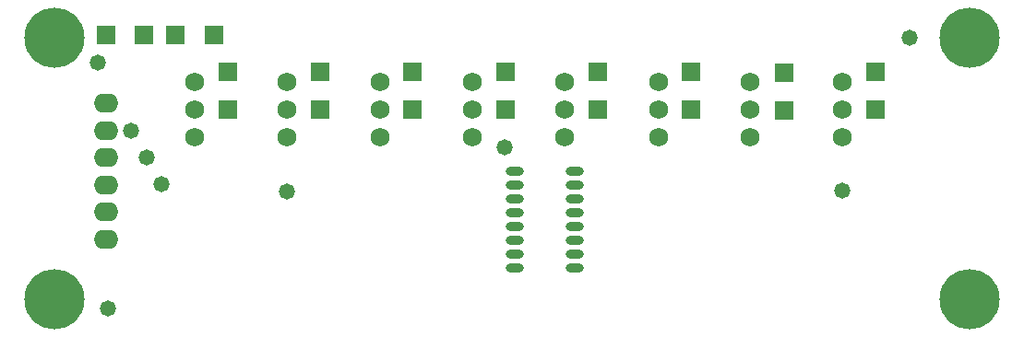
<source format=gbs>
G04 Layer_Color=16711935*
%FSLAX25Y25*%
%MOIN*%
G70*
G01*
G75*
%ADD25O,0.08800X0.06800*%
%ADD26C,0.06800*%
%ADD27C,0.21745*%
%ADD28C,0.05800*%
%ADD29O,0.06509X0.03162*%
%ADD30R,0.06706X0.06706*%
%ADD31R,0.06706X0.06706*%
D25*
X30606Y33366D02*
D03*
Y43209D02*
D03*
Y53051D02*
D03*
Y62894D02*
D03*
Y72736D02*
D03*
Y82579D02*
D03*
D26*
X296379Y70210D02*
D03*
Y80210D02*
D03*
Y90210D02*
D03*
X263079Y70210D02*
D03*
Y80210D02*
D03*
Y90210D02*
D03*
X229979Y70210D02*
D03*
Y80210D02*
D03*
Y90210D02*
D03*
X196279Y70210D02*
D03*
Y80210D02*
D03*
Y90210D02*
D03*
X162879Y70210D02*
D03*
Y80210D02*
D03*
Y90210D02*
D03*
X129479Y70210D02*
D03*
Y80210D02*
D03*
Y90210D02*
D03*
X95679Y70210D02*
D03*
Y80210D02*
D03*
Y90210D02*
D03*
X62479Y70210D02*
D03*
Y80210D02*
D03*
Y90210D02*
D03*
D27*
X11811Y11811D02*
D03*
Y106299D02*
D03*
X342520D02*
D03*
Y11811D02*
D03*
D28*
X44980Y62992D02*
D03*
X39567Y72835D02*
D03*
X50295Y53248D02*
D03*
X174427Y66716D02*
D03*
X31102Y8465D02*
D03*
X95669Y50787D02*
D03*
X296457Y51181D02*
D03*
X27500Y97500D02*
D03*
X320866Y106299D02*
D03*
D29*
X199707Y57910D02*
D03*
Y52910D02*
D03*
Y47910D02*
D03*
Y42910D02*
D03*
Y37910D02*
D03*
Y32910D02*
D03*
Y27910D02*
D03*
Y22910D02*
D03*
X178250Y57910D02*
D03*
Y52910D02*
D03*
Y47910D02*
D03*
Y42910D02*
D03*
Y37910D02*
D03*
Y32910D02*
D03*
Y27910D02*
D03*
Y22910D02*
D03*
D30*
X55610Y107500D02*
D03*
X69390D02*
D03*
X30472Y107500D02*
D03*
X44252D02*
D03*
D31*
X74379Y94000D02*
D03*
Y80221D02*
D03*
X107679Y94000D02*
D03*
Y80221D02*
D03*
X141279Y94000D02*
D03*
Y80221D02*
D03*
X174779Y94000D02*
D03*
Y80221D02*
D03*
X208179Y94000D02*
D03*
Y80221D02*
D03*
X241879Y94000D02*
D03*
Y80221D02*
D03*
X275479Y93800D02*
D03*
Y80020D02*
D03*
X308379Y94000D02*
D03*
Y80221D02*
D03*
M02*

</source>
